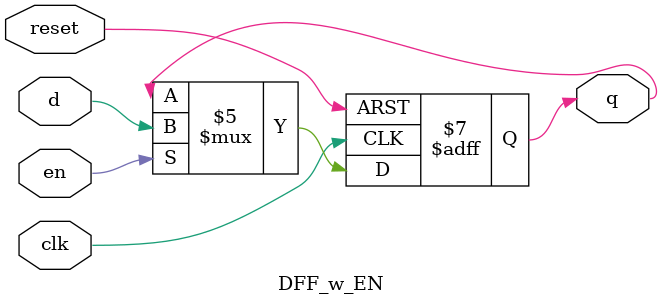
<source format=v>
`timescale 1ns / 1ps
module DFF_w_EN(q, d, clk, en, reset);
input d, clk, reset, en;
output reg q;
//asynchronous reset and synchronous enable D-FF
always@(posedge clk, posedge reset)
begin
    if (reset == 1)
    q <= 1'b0;
    else if(en == 0)
    q <= q;
    else 
    q <= d;
end
endmodule

</source>
